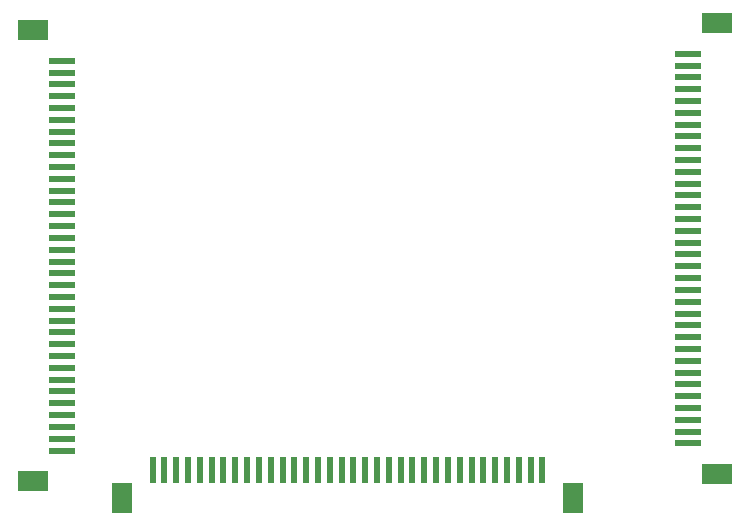
<source format=gbr>
G04 EAGLE Gerber RS-274X export*
G75*
%MOMM*%
%FSLAX34Y34*%
%LPD*%
%INSolderpaste Top*%
%IPPOS*%
%AMOC8*
5,1,8,0,0,1.08239X$1,22.5*%
G01*
%ADD10R,0.600000X2.200000*%
%ADD11R,1.800000X2.600000*%
%ADD12R,2.200000X0.600000*%
%ADD13R,2.600000X1.800000*%


D10*
X417505Y153595D03*
X407505Y153595D03*
X427505Y153595D03*
X397505Y153595D03*
D11*
X733505Y129595D03*
X351505Y129595D03*
D10*
X387505Y153595D03*
X377505Y153595D03*
X437505Y153595D03*
X447505Y153595D03*
X457505Y153595D03*
X467505Y153595D03*
X477505Y153595D03*
X487505Y153595D03*
X497505Y153595D03*
X507505Y153595D03*
X517505Y153595D03*
X527505Y153595D03*
X537505Y153595D03*
X547505Y153595D03*
X557505Y153595D03*
X567505Y153595D03*
X577505Y153595D03*
X587505Y153595D03*
X597505Y153595D03*
X607505Y153595D03*
X617505Y153595D03*
X627505Y153595D03*
X637505Y153595D03*
X647505Y153595D03*
X657505Y153595D03*
X667505Y153595D03*
X677505Y153595D03*
X687505Y153595D03*
X697505Y153595D03*
X707505Y153595D03*
D12*
X300400Y459900D03*
X300400Y469900D03*
X300400Y449900D03*
X300400Y479900D03*
D13*
X276400Y143900D03*
X276400Y525900D03*
D12*
X300400Y489900D03*
X300400Y499900D03*
X300400Y439900D03*
X300400Y429900D03*
X300400Y419900D03*
X300400Y409900D03*
X300400Y399900D03*
X300400Y389900D03*
X300400Y379900D03*
X300400Y369900D03*
X300400Y359900D03*
X300400Y349900D03*
X300400Y339900D03*
X300400Y329900D03*
X300400Y319900D03*
X300400Y309900D03*
X300400Y299900D03*
X300400Y289900D03*
X300400Y279900D03*
X300400Y269900D03*
X300400Y259900D03*
X300400Y249900D03*
X300400Y239900D03*
X300400Y229900D03*
X300400Y219900D03*
X300400Y209900D03*
X300400Y199900D03*
X300400Y189900D03*
X300400Y179900D03*
X300400Y169900D03*
X831070Y215870D03*
X831070Y205870D03*
X831070Y225870D03*
X831070Y195870D03*
D13*
X855070Y531870D03*
X855070Y149870D03*
D12*
X831070Y185870D03*
X831070Y175870D03*
X831070Y235870D03*
X831070Y245870D03*
X831070Y255870D03*
X831070Y265870D03*
X831070Y275870D03*
X831070Y285870D03*
X831070Y295870D03*
X831070Y305870D03*
X831070Y315870D03*
X831070Y325870D03*
X831070Y335870D03*
X831070Y345870D03*
X831070Y355870D03*
X831070Y365870D03*
X831070Y375870D03*
X831070Y385870D03*
X831070Y395870D03*
X831070Y405870D03*
X831070Y415870D03*
X831070Y425870D03*
X831070Y435870D03*
X831070Y445870D03*
X831070Y455870D03*
X831070Y465870D03*
X831070Y475870D03*
X831070Y485870D03*
X831070Y495870D03*
X831070Y505870D03*
M02*

</source>
